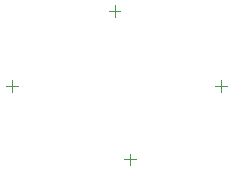
<source format=gbr>
%TF.GenerationSoftware,Altium Limited,Altium Designer,21.8.1 (53)*%
G04 Layer_Color=32896*
%FSLAX26Y26*%
%MOIN*%
%TF.SameCoordinates,2531CBD8-4BF0-4D0B-A877-44D4BE5F07E3*%
%TF.FilePolarity,Positive*%
%TF.FileFunction,Other,Bottom_Component_Center*%
%TF.Part,Single*%
G01*
G75*
%TA.AperFunction,NonConductor*%
%ADD30C,0.003937*%
D30*
X52362Y-257874D02*
Y-218504D01*
X32677Y-238189D02*
X72047D01*
X-18701Y257874D02*
X20669D01*
X984Y238189D02*
Y277559D01*
X-360236Y6496D02*
X-320866D01*
X-340551Y-13189D02*
Y26181D01*
X336614Y5906D02*
X375984D01*
X356299Y-13780D02*
Y25590D01*
%TF.MD5,b94ab12a8d9db33016c79fb22b5c21c7*%
M02*

</source>
